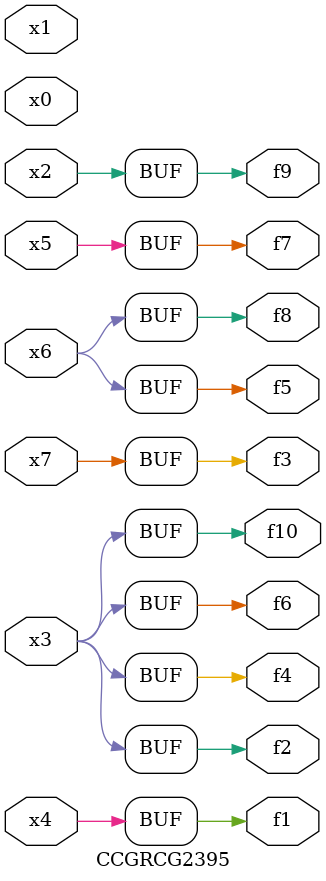
<source format=v>
module CCGRCG2395(
	input x0, x1, x2, x3, x4, x5, x6, x7,
	output f1, f2, f3, f4, f5, f6, f7, f8, f9, f10
);
	assign f1 = x4;
	assign f2 = x3;
	assign f3 = x7;
	assign f4 = x3;
	assign f5 = x6;
	assign f6 = x3;
	assign f7 = x5;
	assign f8 = x6;
	assign f9 = x2;
	assign f10 = x3;
endmodule

</source>
